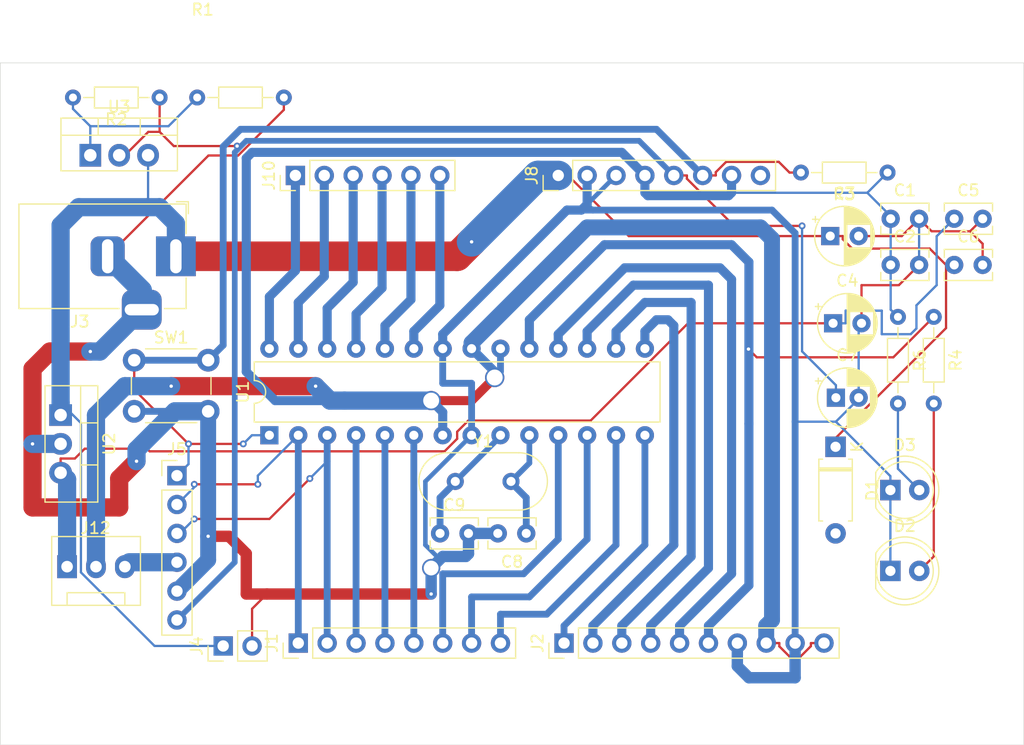
<source format=kicad_pcb>
(kicad_pcb (version 20240108) (generator "pcbnew") (generator_version "8.0")
  (layers (0 "F.Cu" signal) (31 "B.Cu" signal) (34 "B.Paste" user) (35 "F.Paste" user) (36 "B.SilkS" user "B.Silkscreen") (37 "F.SilkS" user "F.Silkscreen") (38 "B.Mask" user) (39 "F.Mask" user) (44 "Edge.Cuts" user))
  (net 0 "")
  (net 1 "VCC")
  (net 2 "GND")
  (net 3 "VIN")
  (net 4 "5V")
  (net 5 "3.3")
  (net 6 "Net-(U1-XTAL2{slash}PB7)")
  (net 7 "Net-(U1-XTAL1{slash}PB6)")
  (net 8 "Net-(D1-A)")
  (net 9 "Net-(D2-A)")
  (net 10 "Net-(D3-A)")
  (net 11 "D6")
  (net 12 "RX")
  (net 13 "D3")
  (net 14 "D5")
  (net 15 "TX")
  (net 16 "D7")
  (net 17 "D4")
  (net 18 "D2")
  (net 19 "D9")
  (net 20 "D11")
  (net 21 "D12")
  (net 22 "D10")
  (net 23 "D13")
  (net 24 "D8")
  (net 25 "5VU")
  (net 26 "DTR")
  (net 28 "A2")
  (net 29 "A3")
  (net 30 "A0")
  (net 31 "A5")
  (net 32 "A4")
  (net 33 "A1")
  (net 34 "Net-(U3-ADJ)")
  (footprint "Resistor_THT:R_Axial_DIN0204_L3.6mm_D1.6mm_P7.62mm_Horizontal" (layer "F.Cu") (at 205.994 16.51 180)
    (property "Reference" "R2" (at 3.81 -1.92 180) (layer "F.SilkS"))
    (property "Value" "240")
    (pad "1" thru_hole circle (at 0 0 180) (size 1.4 1.4) (drill 0.7) (layers "*.Cu" "*.Mask") (net 5 "3.3"))
    (pad "2" thru_hole oval (at 7.62 0 180) (size 1.4 1.4) (drill 0.7) (layers "*.Cu" "*.Mask") (net 34 "Net-(U3-ADJ)"))
  )
  (footprint "Capacitor_THT:C_Rect_L4.0mm_W2.5mm_P2.50mm" (layer "F.Cu") (at 238.232 54.864 180)
    (property "Reference" "C8" (at 1.25 -2.5 180) (layer "F.SilkS"))
    (property "Value" "22PF")
    (pad "1" thru_hole circle (at 0 0 180) (size 1.6 1.6) (drill 0.8) (layers "*.Cu" "*.Mask") (net 6 "Net-(U1-XTAL2{slash}PB7)"))
    (pad "2" thru_hole circle (at 2.5 0 180) (size 1.6 1.6) (drill 0.8) (layers "*.Cu" "*.Mask") (net 2 "GND"))
  )
  (footprint "Button_Switch_THT:SW_PUSH_6mm_H8.5mm" (layer "F.Cu") (at 203.76 39.624)
    (property "Reference" "SW1" (at 3.25 -2 0) (layer "F.SilkS"))
    (property "Value" "SW_Push")
    (pad "1" thru_hole circle (at 0 0 90) (size 2 2) (drill 1.1) (layers "*.Cu" "*.Mask") (net 26 "DTR"))
    (pad "1" thru_hole circle (at 6.5 0 90) (size 2 2) (drill 1.1) (layers "*.Cu" "*.Mask") (net 26 "DTR"))
    (pad "2" thru_hole circle (at 0 4.5 90) (size 2 2) (drill 1.1) (layers "*.Cu" "*.Mask") (net 2 "GND"))
    (pad "2" thru_hole circle (at 6.5 4.5 90) (size 2 2) (drill 1.1) (layers "*.Cu" "*.Mask") (net 2 "GND"))
  )
  (footprint "LED_THT:LED_D5.0mm_Clear" (layer "F.Cu") (at 270.251 51.054)
    (property "Reference" "D3" (at 1.27 -3.96 0) (layer "F.SilkS"))
    (property "Value" "LED")
    (pad "1" thru_hole rect (at 0 0) (size 1.8 1.8) (drill 0.9) (layers "*.Cu" "*.Mask") (net 2 "GND"))
    (pad "2" thru_hole circle (at 2.54 0) (size 1.8 1.8) (drill 0.9) (layers "*.Cu" "*.Mask") (net 10 "Net-(D3-A)"))
  )
  (footprint "Package_TO_SOT_THT:TO-220-3_Vertical" (layer "F.Cu") (at 199.898 21.59)
    (property "Reference" "U3" (at 2.54 -4.27 0) (layer "F.SilkS"))
    (property "Value" "LM317_TO-220")
    (pad "1" thru_hole rect (at 0 0) (size 1.905 2) (drill 1.1) (layers "*.Cu" "*.Mask") (net 34 "Net-(U3-ADJ)"))
    (pad "2" thru_hole oval (at 2.54 0) (size 1.905 2) (drill 1.1) (layers "*.Cu" "*.Mask") (net 5 "3.3"))
    (pad "3" thru_hole oval (at 5.08 0) (size 1.905 2) (drill 1.1) (layers "*.Cu" "*.Mask") (net 3 "VIN"))
  )
  (footprint "Diode_THT:D_A-405_P7.62mm_Horizontal" (layer "F.Cu") (at 265.43 47.244 -90)
    (property "Reference" "D1" (at 3.81 -3.227 90) (layer "F.SilkS"))
    (property "Value" "D")
    (fp_text user "K" (at 0 -1.9 90) (layer "F.SilkS"))
    (pad "1" thru_hole rect (at 0 0 270) (size 1.8 1.8) (drill 0.9) (layers "*.Cu" "*.Mask") (net 3 "VIN"))
    (pad "2" thru_hole oval (at 7.62 0 270) (size 1.8 1.8) (drill 0.9) (layers "*.Cu" "*.Mask") (net 8 "Net-(D1-A)"))
  )
  (footprint "Connector_PinHeader_2.54mm:PinHeader_1x08_P2.54mm_Vertical" (layer "F.Cu") (at 241.046 23.368 90)
    (property "Reference" "J8" (at 0 -2.33 -90) (layer "F.SilkS"))
    (property "Value" "Conn_01x08_Pin")
    (pad "1" thru_hole rect (at 0 0 90) (size 1.7 1.7) (drill 1) (layers "*.Cu" "*.Mask") (net 3 "VIN"))
    (pad "2" thru_hole oval (at 0 2.54 90) (size 1.7 1.7) (drill 1) (layers "*.Cu" "*.Mask") (net 2 "GND"))
    (pad "3" thru_hole oval (at 0 5.08 90) (size 1.7 1.7) (drill 1) (layers "*.Cu" "*.Mask") (net 2 "GND"))
    (pad "4" thru_hole oval (at 0 7.62 90) (size 1.7 1.7) (drill 1) (layers "*.Cu" "*.Mask") (net 1 "VCC"))
    (pad "5" thru_hole oval (at 0 10.16 90) (size 1.7 1.7) (drill 1) (layers "*.Cu" "*.Mask") (net 5 "3.3"))
    (pad "6" thru_hole oval (at 0 12.7 90) (size 1.7 1.7) (drill 1) (layers "*.Cu" "*.Mask") (net 26 "DTR"))
    (pad "7" thru_hole oval (at 0 15.24 90) (size 1.7 1.7) (drill 1) (layers "*.Cu" "*.Mask") (net 1 "VCC"))
    (pad "8" thru_hole oval (at 0 17.78 90) (size 1.7 1.7) (drill 1) (layers "*.Cu" "*.Mask"))
  )
  (footprint "Capacitor_THT:C_Rect_L4.0mm_W2.5mm_P2.50mm" (layer "F.Cu") (at 270.276 31.242)
    (property "Reference" "C2" (at 1.25 -2.5 0) (layer "F.SilkS"))
    (property "Value" "100NF")
    (pad "1" thru_hole circle (at 0 0) (size 1.6 1.6) (drill 0.8) (layers "*.Cu" "*.Mask") (net 1 "VCC"))
    (pad "2" thru_hole circle (at 2.5 0) (size 1.6 1.6) (drill 0.8) (layers "*.Cu" "*.Mask") (net 2 "GND"))
  )
  (footprint "Capacitor_THT:C_Rect_L4.0mm_W2.5mm_P2.50mm" (layer "F.Cu") (at 275.864 31.242)
    (property "Reference" "C6" (at 1.25 -2.5 0) (layer "F.SilkS"))
    (property "Value" "100NF")
    (pad "1" thru_hole circle (at 0 0) (size 1.6 1.6) (drill 0.8) (layers "*.Cu" "*.Mask") (net 3 "VIN"))
    (pad "2" thru_hole circle (at 2.5 0) (size 1.6 1.6) (drill 0.8) (layers "*.Cu" "*.Mask") (net 2 "GND"))
  )
  (footprint "Connector_PinHeader_2.54mm:PinHeader_1x06_P2.54mm_Vertical" (layer "F.Cu") (at 217.932 23.368 90)
    (property "Reference" "J10" (at 0 -2.33 -90) (layer "F.SilkS"))
    (property "Value" "Conn_01x06_Socket")
    (pad "1" thru_hole rect (at 0 0 90) (size 1.7 1.7) (drill 1) (layers "*.Cu" "*.Mask") (net 31 "A5"))
    (pad "2" thru_hole oval (at 0 2.54 90) (size 1.7 1.7) (drill 1) (layers "*.Cu" "*.Mask") (net 32 "A4"))
    (pad "3" thru_hole oval (at 0 5.08 90) (size 1.7 1.7) (drill 1) (layers "*.Cu" "*.Mask") (net 29 "A3"))
    (pad "4" thru_hole oval (at 0 7.62 90) (size 1.7 1.7) (drill 1) (layers "*.Cu" "*.Mask") (net 28 "A2"))
    (pad "5" thru_hole oval (at 0 10.16 90) (size 1.7 1.7) (drill 1) (layers "*.Cu" "*.Mask") (net 33 "A1"))
    (pad "6" thru_hole oval (at 0 12.7 90) (size 1.7 1.7) (drill 1) (layers "*.Cu" "*.Mask") (net 30 "A0"))
  )
  (footprint "Capacitor_THT:C_Rect_L4.0mm_W2.5mm_P2.50mm" (layer "F.Cu") (at 275.864 27.178)
    (property "Reference" "C5" (at 1.25 -2.5 0) (layer "F.SilkS"))
    (property "Value" "100NF")
    (pad "1" thru_hole circle (at 0 0) (size 1.6 1.6) (drill 0.8) (layers "*.Cu" "*.Mask") (net 4 "5V"))
    (pad "2" thru_hole circle (at 2.5 0) (size 1.6 1.6) (drill 0.8) (layers "*.Cu" "*.Mask") (net 2 "GND"))
  )
  (footprint "Capacitor_THT:C_Rect_L4.0mm_W2.5mm_P2.50mm" (layer "F.Cu") (at 230.652 54.864)
    (property "Reference" "C9" (at 1.25 -2.5 0) (layer "F.SilkS"))
    (property "Value" "22PF")
    (pad "1" thru_hole circle (at 0 0) (size 1.6 1.6) (drill 0.8) (layers "*.Cu" "*.Mask") (net 7 "Net-(U1-XTAL1{slash}PB6)"))
    (pad "2" thru_hole circle (at 2.5 0) (size 1.6 1.6) (drill 0.8) (layers "*.Cu" "*.Mask") (net 2 "GND"))
  )
  (footprint "Connector:FanPinHeader_1x03_P2.54mm_Vertical" (layer "F.Cu") (at 197.856 57.791)
    (property "Reference" "J12" (at 2.5 -3.4 0) (layer "F.SilkS"))
    (property "Value" "Conn_01x03_Pin")
    (pad "1" thru_hole rect (at 0 0 90) (size 2.03 1.73) (drill 1.02) (layers "*.Cu" "*.Mask") (net 4 "5V"))
    (pad "2" thru_hole oval (at 2.54 0 90) (size 2.03 1.73) (drill 1.02) (layers "*.Cu" "*.Mask") (net 1 "VCC"))
    (pad "3" thru_hole oval (at 5.08 0 90) (size 2.03 1.73) (drill 1.02) (layers "*.Cu" "*.Mask") (net 25 "5VU"))
  )
  (footprint "Resistor_THT:R_Axial_DIN0204_L3.6mm_D1.6mm_P7.62mm_Horizontal" (layer "F.Cu") (at 209.296 16.51)
    (property "Reference" "R1" (at 0.482 -7.732 0) (layer "F.SilkS"))
    (property "Value" "390")
    (pad "1" thru_hole circle (at 0 0) (size 1.4 1.4) (drill 0.7) (layers "*.Cu" "*.Mask") (net 34 "Net-(U3-ADJ)"))
    (pad "2" thru_hole oval (at 7.62 0) (size 1.4 1.4) (drill 0.7) (layers "*.Cu" "*.Mask") (net 2 "GND"))
  )
  (footprint "Connector_PinHeader_2.54mm:PinHeader_1x02_P2.54mm_Vertical" (layer "F.Cu") (at 211.582 64.77 90)
    (property "Reference" "J4" (at 0 -2.33 -90) (layer "F.SilkS"))
    (property "Value" "Conn_01x02_Socket")
    (pad "1" thru_hole rect (at 0 0 90) (size 1.7 1.7) (drill 1) (layers "*.Cu" "*.Mask") (net 3 "VIN"))
    (pad "2" thru_hole oval (at 0 2.54 90) (size 1.7 1.7) (drill 1) (layers "*.Cu" "*.Mask") (net 2 "GND"))
  )
  (footprint "Capacitor_THT:CP_Radial_D5.0mm_P2.50mm" (layer "F.Cu") (at 264.962 28.702)
    (property "Reference" "C3" (at 1.25 -3.75 0) (layer "F.SilkS"))
    (property "Value" "100UF")
    (pad "1" thru_hole rect (at 0 0) (size 1.6 1.6) (drill 0.8) (layers "*.Cu" "*.Mask") (net 3 "VIN"))
    (pad "2" thru_hole circle (at 2.5 0) (size 1.6 1.6) (drill 0.8) (layers "*.Cu" "*.Mask") (net 2 "GND"))
  )
  (footprint "Resistor_THT:R_Axial_DIN0204_L3.6mm_D1.6mm_P7.62mm_Horizontal" (layer "F.Cu") (at 270.916 35.814 -90)
    (property "Reference" "R6" (at 3.81 -1.92 90) (layer "F.SilkS"))
    (property "Value" "220")
    (pad "1" thru_hole circle (at 0 0 270) (size 1.4 1.4) (drill 0.7) (layers "*.Cu" "*.Mask") (net 1 "VCC"))
    (pad "2" thru_hole oval (at 7.62 0 270) (size 1.4 1.4) (drill 0.7) (layers "*.Cu" "*.Mask") (net 10 "Net-(D3-A)"))
  )
  (footprint "Connector_PinHeader_2.54mm:PinHeader_1x06_P2.54mm_Vertical" (layer "F.Cu") (at 207.518 49.784)
    (property "Reference" "J5" (at 0 -2.33 0) (layer "F.SilkS"))
    (property "Value" "Conn_01x06_Socket")
    (pad "1" thru_hole rect (at 0 0) (size 1.7 1.7) (drill 1) (layers "*.Cu" "*.Mask") (net 26 "DTR"))
    (pad "2" thru_hole oval (at 0 2.54) (size 1.7 1.7) (drill 1) (layers "*.Cu" "*.Mask") (net 12 "RX"))
    (pad "3" thru_hole oval (at 0 5.08) (size 1.7 1.7) (drill 1) (layers "*.Cu" "*.Mask") (net 15 "TX"))
    (pad "4" thru_hole oval (at 0 7.62) (size 1.7 1.7) (drill 1) (layers "*.Cu" "*.Mask") (net 25 "5VU"))
    (pad "5" thru_hole oval (at 0 10.16) (size 1.7 1.7) (drill 1) (layers "*.Cu" "*.Mask") (net 2 "GND"))
    (pad "6" thru_hole oval (at 0 12.7) (size 1.7 1.7) (drill 1) (layers "*.Cu" "*.Mask") (net 5 "3.3"))
  )
  (footprint "Connector_PinHeader_2.54mm:PinHeader_1x08_P2.54mm_Vertical" (layer "F.Cu") (at 218.186 64.516 90)
    (property "Reference" "J1" (at 0 -2.33 -90) (layer "F.SilkS"))
    (property "Value" "Conn_01x08_Pin")
    (pad "1" thru_hole rect (at 0 0 90) (size 1.7 1.7) (drill 1) (layers "*.Cu" "*.Mask") (net 12 "RX"))
    (pad "2" thru_hole oval (at 0 2.54 90) (size 1.7 1.7) (drill 1) (layers "*.Cu" "*.Mask") (net 15 "TX"))
    (pad "3" thru_hole oval (at 0 5.08 90) (size 1.7 1.7) (drill 1) (layers "*.Cu" "*.Mask") (net 18 "D2"))
    (pad "4" thru_hole oval (at 0 7.62 90) (size 1.7 1.7) (drill 1) (layers "*.Cu" "*.Mask") (net 13 "D3"))
    (pad "5" thru_hole oval (at 0 10.16 90) (size 1.7 1.7) (drill 1) (layers "*.Cu" "*.Mask") (net 17 "D4"))
    (pad "6" thru_hole oval (at 0 12.7 90) (size 1.7 1.7) (drill 1) (layers "*.Cu" "*.Mask") (net 14 "D5"))
    (pad "7" thru_hole oval (at 0 15.24 90) (size 1.7 1.7) (drill 1) (layers "*.Cu" "*.Mask") (net 11 "D6"))
    (pad "8" thru_hole oval (at 0 17.78 90) (size 1.7 1.7) (drill 1) (layers "*.Cu" "*.Mask") (net 16 "D7"))
  )
  (footprint "Crystal:Crystal_HC18-U_Vertical" (layer "F.Cu") (at 231.992 50.292)
    (property "Reference" "Y1" (at 2.45 -3.525 0) (layer "F.SilkS"))
    (property "Value" "Crystal")
    (pad "1" thru_hole circle (at 0 0) (size 1.5 1.5) (drill 0.8) (layers "*.Cu" "*.Mask") (net 7 "Net-(U1-XTAL1{slash}PB6)"))
    (pad "2" thru_hole circle (at 4.9 0) (size 1.5 1.5) (drill 0.8) (layers "*.Cu" "*.Mask") (net 6 "Net-(U1-XTAL2{slash}PB7)"))
  )
  (footprint "Resistor_THT:R_Axial_DIN0204_L3.6mm_D1.6mm_P7.62mm_Horizontal" (layer "F.Cu") (at 270.002 23.114 180)
    (property "Reference" "R3" (at 3.81 -1.92 180) (layer "F.SilkS"))
    (property "Value" "10K")
    (pad "1" thru_hole circle (at 0 0 180) (size 1.4 1.4) (drill 0.7) (layers "*.Cu" "*.Mask") (net 1 "VCC"))
    (pad "2" thru_hole oval (at 7.62 0 180) (size 1.4 1.4) (drill 0.7) (layers "*.Cu" "*.Mask") (net 26 "DTR"))
  )
  (footprint "Package_TO_SOT_THT:TO-220-3_Vertical" (layer "F.Cu") (at 197.287 44.45 -90)
    (property "Reference" "U2" (at 2.54 -4.27 90) (layer "F.SilkS"))
    (property "Value" "L7805")
    (pad "1" thru_hole rect (at 0 0 270) (size 1.905 2) (drill 1.1) (layers "*.Cu" "*.Mask") (net 3 "VIN"))
    (pad "2" thru_hole oval (at 2.54 0 270) (size 1.905 2) (drill 1.1) (layers "*.Cu" "*.Mask") (net 2 "GND"))
    (pad "3" thru_hole oval (at 5.08 0 270) (size 1.905 2) (drill 1.1) (layers "*.Cu" "*.Mask") (net 4 "5V"))
  )
  (footprint "LED_THT:LED_D5.0mm_Clear" (layer "F.Cu") (at 270.251 58.166)
    (property "Reference" "D2" (at 1.27 -3.96 0) (layer "F.SilkS"))
    (property "Value" "LED")
    (pad "1" thru_hole rect (at 0 0) (size 1.8 1.8) (drill 0.9) (layers "*.Cu" "*.Mask") (net 2 "GND"))
    (pad "2" thru_hole circle (at 2.54 0) (size 1.8 1.8) (drill 0.9) (layers "*.Cu" "*.Mask") (net 9 "Net-(D2-A)"))
  )
  (footprint "Resistor_THT:R_Axial_DIN0204_L3.6mm_D1.6mm_P7.62mm_Horizontal" (layer "F.Cu") (at 274.066 35.814 -90)
    (property "Reference" "R4" (at 3.81 -1.92 90) (layer "F.SilkS"))
    (property "Value" "220")
    (pad "1" thru_hole circle (at 0 0 270) (size 1.4 1.4) (drill 0.7) (layers "*.Cu" "*.Mask") (net 23 "D13"))
    (pad "2" thru_hole oval (at 7.62 0 270) (size 1.4 1.4) (drill 0.7) (layers "*.Cu" "*.Mask") (net 9 "Net-(D2-A)"))
  )
  (footprint "Connector_PinHeader_2.54mm:PinHeader_1x10_P2.54mm_Vertical" (layer "F.Cu") (at 241.554 64.516 90)
    (property "Reference" "J2" (at 0 -2.33 -90) (layer "F.SilkS"))
    (property "Value" "Conn_01x10_Socket")
    (pad "1" thru_hole rect (at 0 0 90) (size 1.7 1.7) (drill 1) (layers "*.Cu" "*.Mask") (net 24 "D8"))
    (pad "2" thru_hole oval (at 0 2.54 90) (size 1.7 1.7) (drill 1) (layers "*.Cu" "*.Mask") (net 19 "D9"))
    (pad "3" thru_hole oval (at 0 5.08 90) (size 1.7 1.7) (drill 1) (layers "*.Cu" "*.Mask") (net 22 "D10"))
    (pad "4" thru_hole oval (at 0 7.62 90) (size 1.7 1.7) (drill 1) (layers "*.Cu" "*.Mask") (net 20 "D11"))
    (pad "5" thru_hole oval (at 0 10.16 90) (size 1.7 1.7) (drill 1) (layers "*.Cu" "*.Mask") (net 21 "D12"))
    (pad "6" thru_hole oval (at 0 12.7 90) (size 1.7 1.7) (drill 1) (layers "*.Cu" "*.Mask") (net 23 "D13"))
    (pad "7" thru_hole oval (at 0 15.24 90) (size 1.7 1.7) (drill 1) (layers "*.Cu" "*.Mask") (net 2 "GND"))
    (pad "8" thru_hole oval (at 0 17.78 90) (size 1.7 1.7) (drill 1) (layers "*.Cu" "*.Mask") (net 1 "VCC"))
    (pad "9" thru_hole oval (at 0 20.32 90) (size 1.7 1.7) (drill 1) (layers "*.Cu" "*.Mask") (net 2 "GND"))
    (pad "10" thru_hole oval (at 0 22.86 90) (size 1.7 1.7) (drill 1) (layers "*.Cu" "*.Mask") (net 1 "VCC"))
  )
  (footprint "Capacitor_THT:C_Rect_L4.0mm_W2.5mm_P2.50mm" (layer "F.Cu") (at 270.276 27.178)
    (property "Reference" "C1" (at 1.25 -2.5 0) (layer "F.SilkS"))
    (property "Value" "100NF")
    (pad "1" thru_hole circle (at 0 0) (size 1.6 1.6) (drill 0.8) (layers "*.Cu" "*.Mask") (net 1 "VCC"))
    (pad "2" thru_hole circle (at 2.5 0) (size 1.6 1.6) (drill 0.8) (layers "*.Cu" "*.Mask") (net 2 "GND"))
  )
  (footprint "Package_DIP:DIP-28_W7.62mm" (layer "F.Cu") (at 215.646 46.228 90)
    (property "Reference" "U1" (at 3.81 -2.33 -90) (layer "F.SilkS"))
    (property "Value" "ATmega328-P")
    (pad "1" thru_hole rect (at 0 0 90) (size 1.6 1.6) (drill 0.8) (layers "*.Cu" "*.Mask") (net 26 "DTR"))
    (pad "2" thru_hole oval (at 0 2.54 90) (size 1.6 1.6) (drill 0.8) (layers "*.Cu" "*.Mask") (net 12 "RX"))
    (pad "3" thru_hole oval (at 0 5.08 90) (size 1.6 1.6) (drill 0.8) (layers "*.Cu" "*.Mask") (net 15 "TX"))
    (pad "4" thru_hole oval (at 0 7.62 90) (size 1.6 1.6) (drill 0.8) (layers "*.Cu" "*.Mask") (net 18 "D2"))
    (pad "5" thru_hole oval (at 0 10.16 90) (size 1.6 1.6) (drill 0.8) (layers "*.Cu" "*.Mask") (net 13 "D3"))
    (pad "6" thru_hole oval (at 0 12.7 90) (size 1.6 1.6) (drill 0.8) (layers "*.Cu" "*.Mask") (net 17 "D4"))
    (pad "7" thru_hole oval (at 0 15.24 90) (size 1.6 1.6) (drill 0.8) (layers "*.Cu" "*.Mask") (net 1 "VCC"))
    (pad "8" thru_hole oval (at 0 17.78 90) (size 1.6 1.6) (drill 0.8) (layers "*.Cu" "*.Mask") (net 2 "GND"))
    (pad "9" thru_hole oval (at 0 20.32 90) (size 1.6 1.6) (drill 0.8) (layers "*.Cu" "*.Mask") (net 7 "Net-(U1-XTAL1{slash}PB6)"))
    (pad "10" thru_hole oval (at 0 22.86 90) (size 1.6 1.6) (drill 0.8) (layers "*.Cu" "*.Mask") (net 6 "Net-(U1-XTAL2{slash}PB7)"))
    (pad "11" thru_hole oval (at 0 25.4 90) (size 1.6 1.6) (drill 0.8) (layers "*.Cu" "*.Mask") (net 14 "D5"))
    (pad "12" thru_hole oval (at 0 27.94 90) (size 1.6 1.6) (drill 0.8) (layers "*.Cu" "*.Mask") (net 11 "D6"))
    (pad "13" thru_hole oval (at 0 30.48 90) (size 1.6 1.6) (drill 0.8) (layers "*.Cu" "*.Mask") (net 16 "D7"))
    (pad "14" thru_hole oval (at 0 33.02 90) (size 1.6 1.6) (drill 0.8) (layers "*.Cu" "*.Mask") (net 24 "D8"))
    (pad "15" thru_hole oval (at 7.62 33.02 90) (size 1.6 1.6) (drill 0.8) (layers "*.Cu" "*.Mask") (net 19 "D9"))
    (pad "16" thru_hole oval (at 7.62 30.48 90) (size 1.6 1.6) (drill 0.8) (layers "*.Cu" "*.Mask") (net 22 "D10"))
    (pad "17" thru_hole oval (at 7.62 27.94 90) (size 1.6 1.6) (drill 0.8) (layers "*.Cu" "*.Mask") (net 20 "D11"))
    (pad "18" thru_hole oval (at 7.62 25.4 90) (size 1.6 1.6) (drill 0.8) (layers "*.Cu" "*.Mask") (net 21 "D12"))
    (pad "19" thru_hole oval (at 7.62 22.86 90) (size 1.6 1.6) (drill 0.8) (layers "*.Cu" "*.Mask") (net 23 "D13"))
    (pad "20" thru_hole oval (at 7.62 20.32 90) (size 1.6 1.6) (drill 0.8) (layers "*.Cu" "*.Mask") (net 1 "VCC"))
    (pad "21" thru_hole oval (at 7.62 17.78 90) (size 1.6 1.6) (drill 0.8) (layers "*.Cu" "*.Mask") (net 1 "VCC"))
    (pad "22" thru_hole oval (at 7.62 15.24 90) (size 1.6 1.6) (drill 0.8) (layers "*.Cu" "*.Mask") (net 2 "GND"))
    (pad "23" thru_hole oval (at 7.62 12.7 90) (size 1.6 1.6) (drill 0.8) (layers "*.Cu" "*.Mask") (net 30 "A0"))
    (pad "24" thru_hole oval (at 7.62 10.16 90) (size 1.6 1.6) (drill 0.8) (layers "*.Cu" "*.Mask") (net 33 "A1"))
    (pad "25" thru_hole oval (at 7.62 7.62 90) (size 1.6 1.6) (drill 0.8) (layers "*.Cu" "*.Mask") (net 28 "A2"))
    (pad "26" thru_hole oval (at 7.62 5.08 90) (size 1.6 1.6) (drill 0.8) (layers "*.Cu" "*.Mask") (net 29 "A3"))
    (pad "27" thru_hole oval (at 7.62 2.54 90) (size 1.6 1.6) (drill 0.8) (layers "*.Cu" "*.Mask") (net 32 "A4"))
    (pad "28" thru_hole oval (at 7.62 0 90) (size 1.6 1.6) (drill 0.8) (layers "*.Cu" "*.Mask") (net 31 "A5"))
  )
  (footprint "Capacitor_THT:CP_Radial_D5.0mm_P2.50mm" (layer "F.Cu") (at 265.212 36.376)
    (property "Reference" "C4" (at 1.25 -3.75 0) (layer "F.SilkS"))
    (property "Value" "100UF")
    (pad "1" thru_hole rect (at 0 0) (size 1.6 1.6) (drill 0.8) (layers "*.Cu" "*.Mask") (net 4 "5V"))
    (pad "2" thru_hole circle (at 2.5 0) (size 1.6 1.6) (drill 0.8) (layers "*.Cu" "*.Mask") (net 2 "GND"))
  )
  (footprint "Capacitor_THT:CP_Radial_D5.0mm_P2.00mm" (layer "F.Cu") (at 265.462 42.926)
    (property "Reference" "C7" (at 1 -3.75 0) (layer "F.SilkS"))
    (property "Value" "100UF")
    (pad "1" thru_hole rect (at 0 0) (size 1.6 1.6) (drill 0.8) (layers "*.Cu" "*.Mask") (net 5 "3.3"))
    (pad "2" thru_hole circle (at 2 0) (size 1.6 1.6) (drill 0.8) (layers "*.Cu" "*.Mask") (net 2 "GND"))
  )
  (footprint "Connector_BarrelJack:BarrelJack_Horizontal" (layer "F.Cu") (at 207.422 30.48)
    (property "Reference" "J3" (at -8.45 5.75 0) (layer "F.SilkS"))
    (property "Value" "Barrel_Jack_Switch")
    (pad "1" thru_hole rect (at 0 0) (size 3.5 3.5) (drill oval 1 3) (layers "*.Cu" "*.Mask") (net 3 "VIN"))
    (pad "2" thru_hole roundrect (at -6 0) (size 3 3.5) (drill oval 1 3) (layers "*.Cu" "*.Mask") (net 2 "GND"))
    (pad "3" thru_hole roundrect (at -3 4.7) (size 3.5 3.5) (drill oval 3 1) (layers "*.Cu" "*.Mask") (net 2 "GND"))
  )
  (gr_rect (start 191.982 13.462) (end 281.982 73.462) (stroke (width 0.05)) (fill none) (layer "Edge.Cuts"))
  (segment (start 264.414 64.516) (end 263.2623 64.516) (width 0.2) (layer "F.Cu") (net 1))
  (segment (start 263.2623 64.7845) (end 263.2623 64.516) (width 0.2) (layer "F.Cu") (net 1))
  (segment (start 261.3571 65.6753) (end 262.3715 65.6753) (width 0.2) (layer "F.Cu") (net 1))
  (segment (start 262.3715 65.6753) (end 263.2623 64.7845) (width 0.2) (layer "F.Cu") (net 1))
  (segment (start 229.87 43.18) (end 233.426 43.18) (width 0.8) (layer "F.Cu") (net 1))
  (segment (start 207.01 41.91) (end 219.71 41.91) (width 1.6) (layer "F.Cu") (net 1))
  (segment (start 259.334 64.516) (end 260.4857 64.516) (width 0.2) (layer "F.Cu") (net 1))
  (segment (start 233.426 43.18) (end 235.458 41.148) (width 0.8) (layer "F.Cu") (net 1))
  (segment (start 260.4857 64.516) (end 260.4857 64.8039) (width 0.2) (layer "F.Cu") (net 1))
  (segment (start 260.4857 64.8039) (end 261.3571 65.6753) (width 0.2) (layer "F.Cu") (net 1))
  (via (at 235.458 41.148) (size 1.7) (drill 1.4) (layers "F.Cu" "B.Cu") (net 1))
  (via (at 219.71 41.91) (size 0.6) (drill 0.3) (layers "F.Cu" "B.Cu") (net 1))
  (via (at 207.01 41.91) (size 0.6) (drill 0.3) (layers "F.Cu" "B.Cu") (net 1))
  (via (at 229.87 43.18) (size 1.7) (drill 1.4) (layers "F.Cu" "B.Cu") (net 1))
  (segment (start 259.842 62.484) (end 259.842 28.956) (width 1.4) (layer "B.Cu") (net 1))
  (segment (start 259.334 62.992) (end 259.842 62.484) (width 1.4) (layer "B.Cu") (net 1))
  (segment (start 235.458 41.148) (end 235.458 40.64) (width 0.8) (layer "B.Cu") (net 1))
  (segment (start 220.98 43.18) (end 216.154 43.18) (width 0.8) (layer "B.Cu") (net 1))
  (segment (start 248.666 24.892) (end 248.92 25.146) (width 0.8) (layer "B.Cu") (net 1))
  (segment (start 270.916 35.814) (end 270.276 35.174) (width 0.2) (layer "B.Cu") (net 1))
  (segment (start 270.276 27.178) (end 270.276 26.944) (width 0.2) (layer "B.Cu") (net 1))
  (segment (start 230.886 44.196) (end 230.886 46.228) (width 0.8) (layer "B.Cu") (net 1))
  (segment (start 214.122 21.336) (end 246.634 21.336) (width 0.8) (layer "B.Cu") (net 1))
  (segment (start 229.87 43.18) (end 222.25 43.18) (width 1.6) (layer "B.Cu") (net 1))
  (segment (start 222.25 43.18) (end 220.98 43.18) (width 0.8) (layer "B.Cu") (net 1))
  (segment (start 229.87 43.18) (end 230.886 44.196) (width 0.8) (layer "B.Cu") (net 1))
  (segment (start 235.458 40.64) (end 233.426 38.608) (width 0.8) (layer "B.Cu") (net 1))
  (segment (start 235.458 41.148) (end 235.966 40.64) (width 0.2) (layer "B.Cu") (net 1))
  (segment (start 216.154 43.18) (end 213.614 40.64) (width 0.8) (layer "B.Cu") (net 1))
  (segment (start 200.396 44.46) (end 200.396 57.791) (width 1.6) (layer "B.Cu") (net 1))
  (segment (start 268.224 24.892) (end 270.002 23.114) (width 0.2) (layer "B.Cu") (net 1))
  (segment (start 235.966 40.64) (end 235.966 38.608) (width 0.6) (layer "B.Cu") (net 1))
  (segment (start 270.276 31.242) (end 270.276 27.178) (width 0.2) (layer "B.Cu") (net 1))
  (segment (start 233.426 38.1) (end 233.426 38.608) (width 1.4) (layer "B.Cu") (net 1))
  (segment (start 258.826 27.94) (end 243.586 27.94) (width 1.4) (layer "B.Cu") (net 1))
  (segment (start 219.71 41.91) (end 220.98 43.18) (width 1.6) (layer "B.Cu") (net 1))
  (segment (start 202.946 41.91) (end 200.396 44.46) (width 1.6) (layer "B.Cu") (net 1))
  (segment (start 213.614 40.64) (end 213.614 21.844) (width 0.8) (layer "B.Cu") (net 1))
  (segment (start 270.276 35.174) (end 270.276 31.242) (width 0.2) (layer "B.Cu") (net 1))
  (segment (start 248.92 25.146) (end 256.032 25.146) (width 0.8) (layer "B.Cu") (net 1))
  (segment (start 256.032 25.146) (end 256.286 24.892) (width 0.8) (layer "B.Cu") (net 1))
  (segment (start 246.634 21.336) (end 248.666 23.368) (width 0.8) (layer "B.Cu") (net 1))
  (segment (start 220.98 43.18) (end 222.25 43.18) (width 1.6) (layer "B.Cu") (net 1))
  (segment (start 270.276 26.944) (end 268.224 24.892) (width 0.2) (layer "B.Cu") (net 1))
  (segment (start 248.666 23.368) (end 248.666 24.892) (width 0.8) (layer "B.Cu") (net 1))
  (segment (start 207.01 41.91) (end 202.946 41.91) (width 1.6) (layer "B.Cu") (net 1))
  (segment (start 259.334 64.516) (end 259.334 62.992) (width 1.4) (layer "B.Cu") (net 1))
  (segment (start 259.842 28.956) (end 258.826 27.94) (width 1.4) (layer "B.Cu") (net 1))
  (segment (start 213.614 21.844) (end 214.122 21.336) (width 0.8) (layer "B.Cu") (net 1))
  (segment (start 243.586 27.94) (end 233.426 38.1) (width 1.4) (layer "B.Cu") (net 1))
  (segment (start 256.286 24.892) (end 268.224 24.892) (width 0.2) (layer "B.Cu") (net 1))
  (segment (start 256.286 24.892) (end 256.286 23.368) (width 0.8) (layer "B.Cu") (net 1))
  (segment (start 273.8777 28.2797) (end 272.776 27.178) (width 0.2) (layer "F.Cu") (net 2))
  (segment (start 199.898 38.862) (end 196.342 38.862) (width 1.6) (layer "F.Cu") (net 2))
  (segment (start 270.994 33.024) (end 272.776 31.242) (width 0.2) (layer "F.Cu") (net 2))
  (segment (start 194.818 46.99) (end 194.818 52.578) (width 1.6) (layer "F.Cu") (net 2))
  (segment (start 194.818 52.578) (end 202.438 52.578) (width 1.6) (layer "F.Cu") (net 2))
  (segment (start 271.252 28.702) (end 272.776 27.178) (width 0.2) (layer "F.Cu") (net 2))
  (segment (start 267.712 33.024) (end 270.994 33.024) (width 0.2) (layer "F.Cu") (net 2))
  (segment (start 213.614 60.198) (end 213.614 56.642) (width 1) (layer "F.Cu") (net 2))
  (segment (start 278.364 29.3814) (end 278.364 31.242) (width 0.2) (layer "F.Cu") (net 2))
  (segment (start 194.818 40.386) (end 194.818 46.99) (width 1.6) (layer "F.Cu") (net 2))
  (segment (start 267.462 28.702) (end 271.252 28.702) (width 0.2) (layer "F.Cu") (net 2))
  (segment (start 229.87 60.198) (end 215.425 60.198) (width 1) (layer "F.Cu") (net 2))
  (segment (start 213.614 56.642) (end 212.09 55.118) (width 1) (layer "F.Cu") (net 2))
  (segment (start 216.916 17.5953) (end 216.916 16.51) (width 0.2) (layer "F.Cu") (net 2))
  (segment (start 212.8989 21.6124) (end 216.916 17.5953) (width 0.2) (layer "F.Cu") (net 2))
  (segment (start 215.425 60.198) (end 213.614 60.198) (width 1) (layer "F.Cu") (net 2))
  (segment (start 210.2896 21.6124) (end 212.8989 21.6124) (width 0.2) (layer "F.Cu") (net 2))
  (segment (start 202.438 50.038) (end 203.962 48.514) (width 1.6) (layer "F.Cu") (net 2))
  (segment (start 267.712 36.376) (end 267.712 33.024) (width 0.2) (layer "F.Cu") (net 2))
  (segment (start 277.2623 28.2797) (end 278.364 29.3814) (width 0.2) (layer "F.Cu") (net 2))
  (segment (start 215.425 60.198) (end 214.122 61.501) (width 0.2) (layer "F.Cu") (net 2))
  (segment (start 278.364 27.178) (end 277.2623 28.2797) (width 0.2) (layer "F.Cu") (net 2))
  (segment (start 196.342 38.862) (end 194.818 40.386) (width 1.6) (layer "F.Cu") (net 2))
  (segment (start 277.2623 28.2797) (end 273.8777 28.2797) (width 0.2) (layer "F.Cu") (net 2))
  (segment (start 212.09 55.118) (end 210.26 55.118) (width 1) (layer "F.Cu") (net 2))
  (segment (start 202.438 52.578) (end 202.438 50.038) (width 1.6) (layer "F.Cu") (net 2))
  (segment (start 214.122 61.501) (end 214.122 64.77) (width 0.2) (layer "F.Cu") (net 2))
  (segment (start 201.422 30.48) (end 210.2896 21.6124) (width 0.2) (layer "F.Cu") (net 2))
  (via (at 199.898 38.862) (size 0.6) (drill 0.3) (layers "F.Cu" "B.Cu") (net 2))
  (via (at 194.818 46.99) (size 0.6) (drill 0.3) (layers "F.Cu" "B.Cu") (net 2))
  (via (at 210.26 55.118) (size 0.6) (drill 0.3) (layers "F.Cu" "B.Cu") (net 2))
  (via (at 229.87 57.912) (size 1.6) (drill 1.3) (layers "F.Cu" "B.Cu") (net 2))
  (via (at 229.87 60.198) (size 0.6) (drill 0.3) (layers "F.Cu" "B.Cu") (net 2))
  (via (at 203.962 48.514) (size 0.6) (drill 0.3) (layers "F.Cu" "B.Cu") (net 2))
  (segment (start 210.26 44.124) (end 207.336 44.124) (width 0.6) (layer "B.Cu") (net 2))
  (segment (start 233.152 56.662) (end 232.918 56.896) (width 1) (layer "B.Cu") (net 2))
  (segment (start 230.886 38.608) (end 230.886 41.656) (width 0.6) (layer "B.Cu") (net 2))
  (segment (start 197.287 46.99) (end 194.818 46.99) (width 1.6) (layer "B.Cu") (net 2))
  (segment (start 203.962 48.514) (end 203.962 47.498) (width 1.6) (layer "B.Cu") (net 2))
  (segment (start 230.886 41.656) (end 233.426 41.656) (width 0.6) (layer "B.Cu") (net 2))
  (segment (start 243.586 23.368) (end 243.586 25.908) (width 0.8) (layer "B.Cu") (net 2))
  (segment (start 230.378 56.896) (end 230.886 56.896) (width 0.4) (layer "B.Cu") (net 2))
  (segment (start 230.886 37.338) (end 241.808 26.416) (width 0.8) (layer "B.Cu") (net 2))
  (segment (start 203.962 47.498) (end 207.336 44.124) (width 1.6) (layer "B.Cu") (net 2))
  (segment (start 210.26 55.118) (end 210.26 57.202) (width 1.4) (layer "B.Cu") (net 2))
  (segment (start 230.886 56.896) (end 229.87 57.912) (width 1) (layer "B.Cu") (net 2))
  (segment (start 241.808 26.416) (end 243.078 26.416) (width 0.8) (layer "B.Cu") (net 2))
  (segment (start 229.362 55.88) (end 230.378 56.896) (width 0.4) (layer "B.Cu") (net 2))
  (segment (start 201.422 30.48) (end 204.422 33.48) (width 1.8) (layer "B.Cu") (net 2))
  (segment (start 270.251 49.8285) (end 270.251 51.054) (width 0.2) (layer "B.Cu") (net 2))
  (segment (start 204.422 35.18) (end 200.74 38.862) (width 1.6) (layer "B.Cu") (net 2))
  (segment (start 210.26 57.202) (end 207.518 59.944) (width 1.4) (layer "B.Cu") (net 2))
  (segment (start 229.87 57.912) (end 229.87 60.198) (width 1) (layer "B.Cu") (net 2))
  (segment (start 243.078 26.416) (end 244.094 26.416) (width 0.6) (layer "B.Cu") (net 2))
  (segment (start 207.336 44.124) (end 203.76 44.124) (width 0.6) (layer "B.Cu") (net 2))
  (segment (start 243.586 25.908) (end 244.094 26.416) (width 0.4) (layer "B.Cu") (net 2))
  (segment (start 243.586 25.908) (end 243.078 26.416) (width 0.8) (layer "B.Cu") (net 2))
  (segment (start 257.81 67.564) (end 256.794 66.548) (width 1) (layer "B.Cu") (net 2))
  (segment (start 233.426 41.656) (end 233.426 46.228) (width 0.6) (layer "B.Cu") (net 2))
  (segment (start 233.426 46.228) (end 229.362 50.292) (width 0.4) (layer "B.Cu") (net 2))
  (segment (start 229.362 50.292) (end 229.362 55.88) (width 0.4) (layer "B.Cu") (net 2))
  (segment (start 261.874 45.035) (end 265.4575 45.035) (width 0.2) (layer "B.Cu") (net 2))
  (segment (start 207.336 44.124) (end 210.26 44.124) (width 1.6) (layer "B.Cu") (net 2))
  (segment (start 265.4575 45.035) (end 267.462 43.0305) (width 0.2) (layer "B.Cu") (net 2))
  (segment (start 261.874 67.564) (end 257.81 67.564) (width 1) (layer "B.Cu") (net 2))
  (segment (start 232.918 56.896) (end 230.886 56.896) (width 1) (layer "B.Cu") (net 2))
  (segment (start 230.886 38.608) (end 230.886 37.338) (width 0.8) (layer "B.Cu") (net 2))
  (segment (start 272.776 27.178) (end 272.776 31.242) (width 0.2) (layer "B.Cu") (net 2))
  (segment (start 259.842 26.416) (end 261.874 28.448) (width 0.6) (layer "B.Cu") (net 2))
  (segment (start 270.251 58.166) (end 270.251 51.054) (width 0.2) (layer "B.Cu") (net 2))
  (segment (start 210.26 44.124) (end 210.26 55.118) (width 1.4) (layer "B.Cu") (net 2))
  (segment (start 261.874 28.448) (end 261.874 45.035) (width 0.6) (layer "B.Cu") (net 2))
  (segment (start 267.462 36.626) (end 267.712 36.376) (width 0.2) (layer "B.Cu") (net 2))
  (segment (start 256.794 66.548) (end 256.794 64.516) (width 1) (layer "B.Cu") (net 2))
  (segment (start 261.874 45.035) (end 261.874 64.516) (width 0.6) (layer "B.Cu") (net 2))
  (segment (start 246.126 23.368) (end 243.586 25.908) (width 0.4) (layer "B.Cu") (net 2))
  (segment (start 233.152 54.864) (end 235.732 54.864) (width 1) (layer "B.Cu") (net 2))
  (segment (start 244.094 26.416) (end 259.842 26.416) (width 0.6) (layer "B.Cu") (net 2))
  (segment (start 267.462 42.926) (end 267.462 36.626) (width 0.2) (layer "B.Cu") (net 2))
  (segment (start 204.422 33.48) (end 204.422 35.18) (width 0.2) (layer "B.Cu") (net 2))
  (segment (start 265.4575 45.035) (end 270.251 49.8285) (width 0.2) (layer "B.Cu") (net 2))
  (segment (start 200.74 38.862) (end 199.898 38.862) (width 1.6) (layer "B.Cu") (net 2))
  (segment (start 267.462 43.0305) (end 267.462 42.926) (width 0.2) (layer "B.Cu") (net 2))
  (segment (start 233.152 54.864) (end 233.152 56.662) (width 1) (layer "B.Cu") (net 2))
  (segment (start 261.874 64.516) (end 261.874 67.564) (width 1) (layer "B.Cu") (net 2))
  (segment (start 242.1977 23.6559) (end 247.2438 28.702) (width 0.2) (layer "F.Cu") (net 3))
  (segment (start 264.962 28.702) (end 266.0637 28.702) (width 0.2) (layer "F.Cu") (net 3))
  (segment (start 275.1449 31.242) (end 275.1449 36.798735) (width 0.2) (layer "F.Cu") (net 3))
  (segment (start 266.8899 29.8037) (end 273.7066 29.8037) (width 0.2) (layer "F.Cu") (net 3))
  (segment (start 267.917635 44.026) (end 267.886 44.026) (width 0.2) (layer "F.Cu") (net 3))
  (segment (start 247.2438 28.702) (end 264.962 28.702) (width 0.2) (layer "F.Cu") (net 3))
  (segment (start 242.1977 23.368) (end 242.1977 23.6559) (width 0.2) (layer "F.Cu") (net 3))
  (segment (start 265.43 46.482) (end 265.43 47.244) (width 0.2) (layer "F.Cu") (net 3))
  (segment (start 275.1449 36.798735) (end 267.917635 44.026) (width 0.2) (layer "F.Cu") (net 3))
  (segment (start 273.7066 29.8037) (end 275.1449 31.242) (width 0.2) (layer "F.Cu") (net 3))
  (segment (start 241.046 23.368) (end 242.1977 23.368) (width 0.2) (layer "F.Cu") (net 3))
  (segment (start 267.886 44.026) (end 265.43 46.482) (width 0.2) (layer "F.Cu") (net 3))
  (segment (start 275.1449 31.242) (end 275.864 31.242) (width 0.2) (layer "F.Cu") (net 3))
  (segment (start 266.0637 28.702) (end 266.0637 28.9775) (width 0.2) (layer "F.Cu") (net 3))
  (segment (start 232.156 30.48) (end 207.422 30.48) (width 2.6) (layer "F.Cu") (net 3))
  (segment (start 266.0637 28.9775) (end 266.8899 29.8037) (width 0.2) (layer "F.Cu") (net 3))
  (segment (start 233.426 29.21) (end 232.156 30.48) (width 2.6) (layer "F.Cu") (net 3))
  (via (at 233.426 29.21) (size 0.6) (drill 0.3) (layers "F.Cu" "B.Cu") (net 3))
  (segment (start 204.9431 26.162) (end 204.978 26.1271) (width 0.2) (layer "B.Cu") (net 3))
  (segment (start 197.287 27.757) (end 197.287 43.3642) (width 1.6) (layer "B.Cu") (net 3))
  (segment (start 204.978 26.1271) (end 204.978 21.59) (width 0.2) (layer "B.Cu") (net 3))
  (segment (start 207.422 30.48) (end 207.422 27.59) (width 1.6) (layer "B.Cu") (net 3))
  (segment (start 205.5495 64.77) (end 211.582 64.77) (width 0.2) (layer "B.Cu") (net 3))
  (segment (start 205.994 26.162) (end 204.9431 26.162) (width 1.6) (layer "B.Cu") (net 3))
  (segment (start 197.287 43.3642) (end 199.0735 45.1507) (width 0.2) (layer "B.Cu") (net 3))
  (segment (start 204.9431 26.162) (end 198.882 26.162) (width 1.6) (layer "B.Cu") (net 3))
  (segment (start 207.422 27.59) (end 205.994 26.162) (width 1.6) (layer "B.Cu") (net 3))
  (segment (start 197.287 43.3642) (end 197.287 44.45) (width 1.6) (layer "B.Cu") (net 3))
  (segment (start 198.882 26.162) (end 197.287 27.757) (width 1.6) (layer "B.Cu") (net 3))
  (segment (start 199.0735 58.294) (end 205.5495 64.77) (width 0.2) (layer "B.Cu") (net 3))
  (segment (start 199.0735 45.1507) (end 199.0735 58.294) (width 0.2) (layer "B.Cu") (net 3))
  (segment (start 241.046 23.368) (end 239.268 23.368) (width 2.6) (layer "B.Cu") (net 3))
  (segment (start 239.268 23.368) (end 233.426 29.21) (width 2.6) (layer "B.Cu") (net 3))
  (segment (start 232.156 45.9191) (end 232.156 46.5372) (width 0.2) (layer "F.Cu") (net 4))
  (segment (start 231.0507 47.6425) (end 205.1145 47.6425) (width 0.2) (layer "F.Cu") (net 4))
  (segment (start 252.4561 36.376) (end 243.8947 44.9374) (width 0.2) (layer "F.Cu") (net 4))
  (segment (start 205.1145 47.6425) (end 204.8837 47.4117) (width 0.2) (layer "F.Cu") (net 4))
  (segment (start 199.4053 47.4117) (end 198.5412 48.2758) (width 0.2) (layer "F.Cu") (net 4))
  (segment (start 232.156 46.5372) (end 231.0507 47.6425) (width 0.2) (layer "F.Cu") (net 4))
  (segment (start 198.5412 48.2758) (end 197.287 48.2758) (width 0.2) (layer "F.Cu") (net 4))
  (segment (start 233.1377 44.9374) (end 232.156 45.9191) (width 0.2) (layer "F.Cu") (net 4))
  (segment (start 204.8837 47.4117) (end 199.4053 47.4117) (width 0.2) (layer "F.Cu") (net 4))
  (segment (start 265.212 36.376) (end 252.4561 36.376) (width 0.2) (layer "F.Cu") (net 4))
  (segment (start 243.8947 44.9374) (end 233.1377 44.9374) (width 0.2) (layer "F.Cu") (net 4))
  (segment (start 197.287 49.53) (end 197.287 48.2758) (width 0.2) (layer "F.Cu") (net 4))
  (segment (start 274.32 28.722) (end 275.864 27.178) (width 0.2) (layer "B.Cu") (net 4))
  (segment (start 272.542 34.798) (end 274.32 33.02) (width 0.2) (layer "B.Cu") (net 4))
  (segment (start 274.32 33.02) (end 274.32 28.722) (width 0.2) (layer "B.Cu") (net 4))
  (segment (start 272.542 36.83) (end 272.542 34.798) (width 0.2) (layer "B.Cu") (net 4))
  (segment (start 197.856 57.791) (end 197.856 50.099) (width 1.6) (layer "B.Cu") (net 4))
  (segment (start 266.3137 36.376) (end 266.3137 35.2656) (width 0.2) (layer "B.Cu") (net 4))
  (segment (start 272.034 37.338) (end 272.542 36.83) (width 0.2) (layer "B.Cu") (net 4))
  (segment (start 269.494 35.2656) (end 269.494 37.338) (width 0.2) (layer "B.Cu") (net 4))
  (segment (start 265.212 36.376) (end 266.3137 36.376) (width 0.2) (layer "B.Cu") (net 4))
  (segment (start 269.494 37.338) (end 272.034 37.338) (width 0.2) (layer "B.Cu") (net 4))
  (segment (start 197.856 50.099) (end 197.287 49.53) (width 1.6) (layer "B.Cu") (net 4))
  (segment (start 266.3137 35.2656) (end 269.494 35.2656) (width 0.2) (layer "B.Cu") (net 4))
  (segment (start 207.2401 20.7804) (end 205.994 19.5343) (width 0.2) (layer "F.Cu") (net 5))
  (segment (start 252.3577 23.6559) (end 256.5074 27.8056) (width 0.2) (layer "F.Cu") (net 5))
  (segment (start 205.994 16.51) (end 205.994 19.5343) (width 0.2) (layer "F.Cu") (net 5))
  (segment (start 205.994 19.5343) (end 204.9958 19.5343) (width 0.2) (layer "F.Cu") (net 5))
  (segment (start 212.8044 20.7804) (end 207.2401 20.7804) (width 0.2) (layer "F.Cu") (net 5))
  (segment (start 256.5074 27.8056) (end 262.4859 27.8056) (width 0.2) (layer "F.Cu") (net 5))
  (segment (start 252.3577 23.368) (end 252.3577 23.6559) (width 0.2) (layer "F.Cu") (net 5))
  (segment (start 204.9958 19.5343) (end 202.9401 21.59) (width 0.2) (layer "F.Cu") (net 5))
  (segment (start 251.206 23.368) (end 252.3577 23.368) (width 0.2) (layer "F.Cu") (net 5))
  (segment (start 202.438 21.59) (end 202.9401 21.59) (width 0.2) (layer "F.Cu") (net 5))
  (via (at 212.8044 20.7804) (size 0.6) (drill 0.3) (layers "F.Cu" "B.Cu") (net 5))
  (via (at 262.4859 27.8056) (size 0.6) (drill 0.3) (layers "F.Cu" "B.Cu") (net 5))
  (segment (start 212.8044 21.0264) (end 212.8044 20.7804) (width 0.2) (layer "B.Cu") (net 5))
  (segment (start 212.598 21.336) (end 212.598 57.404) (width 0.5) (layer "B.Cu") (net 5))
  (segment (start 212.598 57.404) (end 207.518 62.484) (width 0.5) (layer "B.Cu") (net 5))
  (segment (start 265.462 42.926) (end 265.462 41.8243) (width 0.2) (layer "B.Cu") (net 5))
  (segment (start 262.4859 38.8482) (end 262.4859 27.8056) (width 0.2) (layer "B.Cu") (net 5))
  (segment (start 212.856 21.078) (end 212.598 21.336) (width 0.5) (layer "B.Cu") (net 5))
  (segment (start 265.462 41.8243) (end 262.4859 38.8482) (width 0.2) (layer "B.Cu") (net 5))
  (segment (start 251.206 23.368) (end 248.158 20.32) (width 0.5) (layer "B.Cu") (net 5))
  (segment (start 213.614 20.32) (end 212.856 21.078) (width 0.5) (layer "B.Cu") (net 5))
  (segment (start 248.158 20.32) (end 213.614 20.32) (width 0.5) (layer "B.Cu") (net 5))
  (segment (start 212.856 21.078) (end 212.8044 21.0264) (width 0.2) (layer "B.Cu") (net 5))
  (segment (start 236.892 50.292) (end 238.506 48.678) (width 0.5) (layer "B.Cu") (net 6))
  (segment (start 238.232 51.722) (end 238.232 54.864) (width 0.6) (layer "B.Cu") (net 6))
  (segment (start 236.892 50.292) (end 236.892 50.382) (width 0.6) (layer "B.Cu") (net 6))
  (segment (start 236.892 50.382) (end 238.232 51.722) (width 0.6) (layer "B.Cu") (net 6))
  (segment (start 238.506 48.678) (end 238.506 46.228) (width 0.5) (layer "B.Cu") (net 6))
  (segment (start 235.966 46.318) (end 235.966 46.228) (width 0.2) (layer "F.Cu") (net 7))
  (segment (start 231.992 50.292) (end 235.966 46.318) (width 0.5) (layer "B.Cu") (net 7))
  (segment (start 230.652 51.722) (end 230.652 54.864) (width 0.6) (layer "B.Cu") (net 7))
  (segment (start 231.992 50.382) (end 230.652 51.722) (width 0.6) (layer "B.Cu") (net 7))
  (segment (start 231.992 50.292) (end 231.992 50.382) (width 0.6) (layer "B.Cu") (net 7))
  (segment (start 235.966 46.318) (end 235.966 46.228) (width 0.2) (layer "B.Cu") (net 7))
  (segment (start 274.066 43.434) (end 274.066 56.891) (width 0.2) (layer "F.Cu") (net 9))
  (segment (start 274.066 56.891) (end 272.791 58.166) (width 0.2) (layer "F.Cu") (net 9))
  (segment (start 270.916 43.434) (end 270.916 49.179) (width 0.2) (layer "B.Cu") (net 10))
  (segment (start 270.916 49.179) (end 272.791 51.054) (width 0.2) (layer "B.Cu") (net 10))
  (segment (start 243.586 55.372) (end 243.586 46.228) (width 0.6) (layer "B.Cu") (net 11))
  (segment (start 233.426 64.516) (end 233.426 60.452) (width 0.6) (layer "B.Cu") (net 11))
  (segment (start 238.506 60.452) (end 243.586 55.372) (width 0.6) (layer "B.Cu") (net 11))
  (segment (start 233.426 60.452) (end 238.506 60.452) (width 0.6) (layer "B.Cu") (net 11))
  (segment (start 209.042 50.546) (end 214.63 50.546) (width 0.2) (layer "F.Cu") (net 12))
  (via (at 214.63 50.546) (size 0.6) (drill 0.3) (layers "F.Cu" "B.Cu") (net 12))
  (via (at 209.042 50.546) (size 0.6) (drill 0.3) (layers "F.Cu" "B.Cu") (net 12))
  (segment (start 214.63 50.546) (end 214.63 49.784) (width 0.2) (layer "B.Cu") (net 12))
  (segment (start 218.186 46.228) (end 218.186 64.516) (width 0.6) (layer "B.Cu") (net 12))
  (segment (start 209.042 50.546) (end 209.042 50.8) (width 0.2) (layer "B.Cu") (net 12))
  (segment (start 214.63 49.784) (end 218.186 46.228) (width 0.2) (layer "B.Cu") (net 12))
  (segment (start 209.042 50.8) (end 207.518 52.324) (width 0.2) (layer "B.Cu") (net 12))
  (segment (start 225.806 64.516) (end 225.806 46.228) (width 0.6) (layer "B.Cu") (net 13))
  (segment (start 241.046 55.372) (end 241.046 46.228) (width 0.6) (layer "B.Cu") (net 14))
  (segment (start 237.998 58.42) (end 241.046 55.372) (width 0.6) (layer "B.Cu") (net 14))
  (segment (start 230.886 58.42) (end 237.998 58.42) (width 0.6) (layer "B.Cu") (net 14))
  (segment (start 230.886 64.516) (end 230.886 58.42) (width 0.6) (layer "B.Cu") (net 14))
  (segment (start 209.042 53.594) (end 215.646 53.594) (width 0.2) (layer "F.Cu") (net 15))
  (segment (start 215.646 53.594) (end 219.202 50.038) (width 0.2) (layer "F.Cu") (net 15))
  (via (at 209.042 53.594) (size 0.6) (drill 0.3) (layers "F.Cu" "B.Cu") (net 15))
  (via (at 219.202 50.038) (size 0.6) (drill 0.3) (layers "F.Cu" "B.Cu") (net 15))
  (segment (start 220.726 64.516) (end 220.726 48.514) (width 0.6) (layer "B.Cu") (net 15))
  (segment (start 220.726 48.514) (end 220.726 46.228) (width 0.6) (layer "B.Cu") (net 15))
  (segment (start 209.042 53.594) (end 207.772 54.864) (width 0.2) (layer "B.Cu") (net 15))
  (segment (start 207.772 54.864) (end 207.518 54.864) (width 0.2) (layer "B.Cu") (net 15))
  (segment (start 220.726 48.514) (end 220.726 46.228) (width 0.2) (layer "B.Cu") (net 15))
  (segment (start 219.202 50.038) (end 220.726 48.514) (width 0.2) (layer "B.Cu") (net 15))
  (segment (start 246.126 55.88) (end 246.126 46.228) (width 0.6) (layer "B.Cu") (net 16))
  (segment (start 235.966 64.516) (end 235.966 61.976) (width 0.6) (layer "B.Cu") (net 16))
  (segment (start 240.03 61.976) (end 246.126 55.88) (width 0.6) (layer "B.Cu") (net 16))
  (segment (start 235.966 61.976) (end 240.03 61.976) (width 0.6) (layer "B.Cu") (net 16))
  (segment (start 228.346 46.228) (end 228.346 64.516) (width 0.6) (layer "B.Cu") (net 17))
  (segment (start 223.266 46.228) (end 223.266 64.516) (width 0.6) (layer "B.Cu") (net 18))
  (segment (start 244.094 62.992) (end 251.206 55.88) (width 0.8) (layer "B.Cu") (net 19))
  (segment (start 251.206 55.88) (end 251.206 36.576) (width 0.8) (layer "B.Cu") (net 19))
  (segment (start 248.666 37.084) (end 248.666 38.608) (width 0.8) (layer "B.Cu") (net 19))
  (segment (start 251.206 36.576) (end 250.698 36.068) (width 0.8) (layer "B.Cu") (net 19))
  (segment (start 244.094 64.516) (end 244.094 62.992) (width 0.8) (layer "B.Cu") (net 19))
  (segment (start 249.682 36.068) (end 248.666 37.084) (width 0.8) (layer "B.Cu") (net 19))
  (segment (start 250.698 36.068) (end 249.682 36.068) (width 0.8) (layer "B.Cu") (net 19))
  (segment (start 249.174 62.992) (end 254.254 57.912) (width 0.8) (layer "B.Cu") (net 20))
  (segment (start 243.586 37.084) (end 243.586 38.608) (width 0.8) (layer "B.Cu") (net 20))
  (segment (start 254.254 57.912) (end 254.254 33.02) (width 0.8) (layer "B.Cu") (net 20))
  (segment (start 247.65 33.02) (end 243.586 37.084) (width 0.8) (layer "B.Cu") (net 20))
  (segment (start 249.174 64.516) (end 249.174 62.992) (width 0.8) (layer "B.Cu") (net 20))
  (segment (start 254.254 33.02) (end 247.65 33.02) (width 0.8) (layer "B.Cu") (net 20))
  (segment (start 246.888 31.496) (end 241.046 37.338) (width 0.8) (layer "B.Cu") (net 21))
  (segment (start 251.714 64.516) (end 251.714 62.992) (width 0.8) (layer "B.Cu") (net 21))
  (segment (start 256.286 32.512) (end 255.27 31.496) (width 0.8) (layer "B.Cu") (net 21))
  (segment (start 251.714 62.992) (end 256.286 58.42) (width 0.8) (layer "B.Cu") (net 21))
  (segment (start 255.27 31.496) (end 246.888 31.496) (width 0.8) (layer "B.Cu") (net 21))
  (segment (start 241.046 37.338) (end 241.046 38.608) (width 0.8) (layer "B.Cu") (net 21))
  (segment (start 256.286 58.42) (end 256.286 32.512) (width 0.8) (layer "B.Cu") (net 21))
  (segment (start 248.666 34.544) (end 252.73 34.544) (width 0.8) (layer "B.Cu") (net 22))
  (segment (start 246.126 38.608) (end 246.126 37.084) (width 0.8) (layer "B.Cu") (net 22))
  (segment (start 252.73 56.896) (end 246.634 62.992) (width 0.8) (layer "B.Cu") (net 22))
  (segment (start 246.634 62.992) (end 246.634 64.516) (width 0.8) (layer "B.Cu") (net 22))
  (segment (start 246.126 37.084) (end 248.666 34.544) (width 0.8) (layer "B.Cu") (net 22))
  (segment (start 252.73 34.544) (end 252.73 56.896) (width 0.8) (layer "B.Cu") (net 22))
  (segment (start 270.51 39.37) (end 274.066 35.814) (width 0.2) (layer "F.Cu") (net 23))
  (segment (start 258.4974 39.37) (end 270.51 39.37) (width 0.2) (layer "F.Cu") (net 23))
  (segment (start 257.7737 38.6463) (end 258.4974 39.37) (width 0.2) (layer "F.Cu") (net 23))
  (via (at 257.7737 38.6463) (size 0.6) (drill 0.3) (layers "F.Cu" "B.Cu") (net 23))
  (segment (start 257.7737 45.1757) (end 257.7737 38.6463) (width 0.2) (layer "B.Cu") (net 23))
  (segment (start 257.81 45.212) (end 257.81 30.988) (width 0.8) (layer "B.Cu") (net 23))
  (segment (start 254.254 62.992) (end 257.81 59.436) (width 0.8) (layer "B.Cu") (net 23))
  (segment (start 257.81 30.988) (end 256.286 29.464) (width 0.8) (layer "B.Cu") (net 23))
  (segment (start 257.81 45.212) (end 257.7737 45.1757) (width 0.2) (layer "B.Cu") (net 23))
  (segment (start 238.506 36.068) (end 238.506 38.608) (width 0.8) (layer "B.Cu") (net 23))
  (segment (start 257.81 59.436) (end 257.81 45.212) (width 0.8) (layer "B.Cu") (net 23))
  (segment (start 254.254 64.516) (end 254.254 62.992) (width 0.8) (layer "B.Cu") (net 23))
  (segment (start 256.286 29.464) (end 245.11 29.464) (width 0.8) (layer "B.Cu") (net 23))
  (segment (start 245.11 29.464) (end 238.506 36.068) (width 0.8) (layer "B.Cu") (net 23))
  (segment (start 248.666 55.88) (end 248.666 46.228) (width 0.6) (layer "B.Cu") (net 24))
  (segment (start 241.554 64.516) (end 241.554 62.992) (width 0.6) (layer "B.Cu") (net 24))
  (segment (start 241.554 62.992) (end 248.666 55.88) (width 0.6) (layer "B.Cu") (net 24))
  (segment (start 207.518 57.404) (end 203.323 57.404) (width 1.6) (layer "B.Cu") (net 25))
  (segment (start 203.323 57.404) (end 202.936 57.791) (width 0.2) (layer "B.Cu") (net 25))
  (segment (start 254.8977 23.0801) (end 255.8072 22.1706) (width 0.2) (layer "F.Cu") (net 26))
  (segment (start 255.8072 22.1706) (end 260.4369 22.1706) (width 0.2) (layer "F.Cu") (net 26))
  (segment (start 208.534 46.99) (end 213.348 46.99) (width 0.2) (layer "F.Cu") (net 26))
  (segment (start 260.4369 22.1706) (end 261.3803 23.114) (width 0.2) (layer "F.Cu") (net 26))
  (segment (start 254.8977 23.368) (end 254.8977 23.0801) (width 0.2) (layer "F.Cu") (net 26))
  (segment (start 253.746 23.368) (end 254.8977 23.368) (width 0.2) (layer "F.Cu") (net 26))
  (segment (start 208.534 46.99) (end 203.76 42.216) (width 0.2) (layer "F.Cu") (net 26))
  (segment (start 262.382 23.114) (end 261.3803 23.114) (width 0.2) (layer "F.Cu") (net 26))
  (segment (start 203.76 42.216) (end 203.76 39.624) (width 0.2) (layer "F.Cu") (net 26))
  (via (at 208.534 46.99) (size 0.6) (drill 0.3) (layers "F.Cu" "B.Cu") (net 26))
  (via (at 213.348 46.99) (size 0.6) (drill 0.3) (layers "F.Cu" "B.Cu") (net 26))
  (segment (start 213.106 19.304) (end 211.582 20.828) (width 0.6) (layer "B.Cu") (net 26))
  (segment (start 211.582 38.302) (end 210.26 39.624) (width 0.6) (layer "B.Cu") (net 26))
  (segment (start 208.534 48.768) (end 207.518 49.784) (width 0.2) (layer "B.Cu") (net 26))
  (segment (start 249.682 19.304) (end 213.106 19.304) (width 0.6) (layer "B.Cu") (net 26))
  (segment (start 208.534 46.99) (end 208.534 48.768) (width 0.2) (layer "B.Cu") (net 26))
  (segment (start 213.348 46.99) (end 214.11 46.228) (width 0.2) (layer "B.Cu") (net 26))
  (segment (start 214.11 46.228) (end 215.646 46.228) (width 0.2) (layer "B.Cu") (net 26))
  (segment (start 211.582 20.828) (end 211.582 38.302) (width 0.6) (layer "B.Cu") (net 26))
  (segment (start 253.746 23.368) (end 249.682 19.304) (width 0.6) (layer "B.Cu") (net 26))
  (segment (start 203.76 39.624) (end 210.26 39.624) (width 0.6) (layer "B.Cu") (net 26))
  (segment (start 223.266 38.608) (end 223.266 35.56) (width 0.8) (layer "B.Cu") (net 28))
  (segment (start 223.266 35.56) (end 225.552 33.274) (width 0.8) (layer "B.Cu") (net 28))
  (segment (start 225.552 33.274) (end 225.552 23.368) (width 0.8) (layer "B.Cu") (net 28))
  (segment (start 220.726 38.608) (end 220.726 35.052) (width 0.8) (layer "B.Cu") (net 29))
  (segment (start 223.012 32.766) (end 223.012 23.368) (width 0.8) (layer "B.Cu") (net 29))
  (segment (start 220.726 35.052) (end 223.012 32.766) (width 0.8) (layer "B.Cu") (net 29))
  (segment (start 230.632 34.798) (end 230.632 23.368) (width 0.8) (layer "B.Cu") (net 30))
  (segment (start 228.346 37.084) (end 230.632 34.798) (width 0.8) (layer "B.Cu") (net 30))
  (segment (start 228.346 38.608) (end 228.346 37.084) (width 0.8) (layer "B.Cu") (net 30))
  (segment (start 217.932 23.368) (end 217.932 31.75) (width 0.8) (layer "B.Cu") (net 31))
  (segment (start 217.932 31.75) (end 215.646 34.036) (width 0.8) (layer "B.Cu") (net 31))
  (segment (start 215.646 34.036) (end 215.646 38.608) (width 0.8) (layer "B.Cu") (net 31))
  (segment (start 218.186 38.608) (end 218.186 34.544) (width 0.8) (layer "B.Cu") (net 32))
  (segment (start 218.186 34.544) (end 220.472 32.258) (width 0.8) (layer "B.Cu") (net 32))
  (segment (start 220.472 32.258) (end 220.472 23.368) (width 0.8) (layer "B.Cu") (net 32))
  (segment (start 228.092 34.29) (end 228.092 23.368) (width 0.8) (layer "B.Cu") (net 33))
  (segment (start 225.806 36.576) (end 228.092 34.29) (width 0.8) (layer "B.Cu") (net 33))
  (segment (start 225.806 38.608) (end 225.806 36.576) (width 0.8) (layer "B.Cu") (net 33))
  (segment (start 198.374 16.51) (end 198.374 17.5117) (width 0.2) (layer "B.Cu") (net 34))
  (segment (start 199.898 19.0357) (end 198.374 17.5117) (width 0.2) (layer "B.Cu") (net 34))
  (segment (start 206.7703 19.0357) (end 209.296 16.51) (width 0.2) (layer "B.Cu") (net 34))
  (segment (start 199.898 21.59) (end 199.898 19.0357) (width 0.2) (layer "B.Cu") (net 34))
  (segment (start 199.898 19.0357) (end 206.7703 19.0357) (width 0.2) (layer "B.Cu") (net 34))
)
</source>
